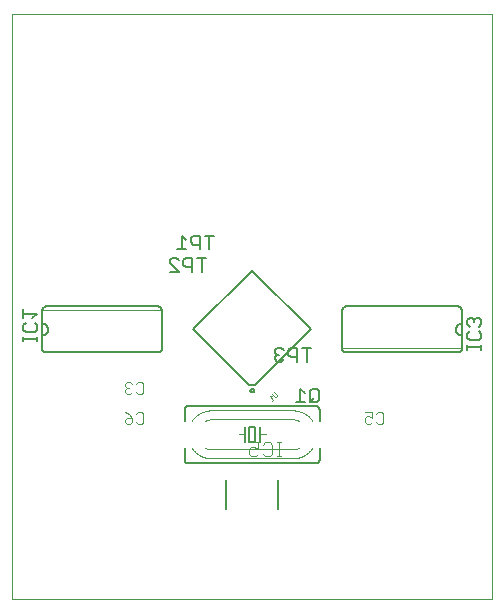
<source format=gbo>
G75*
%MOIN*%
%OFA0B0*%
%FSLAX25Y25*%
%IPPOS*%
%LPD*%
%AMOC8*
5,1,8,0,0,1.08239X$1,22.5*
%
%ADD10C,0.00000*%
%ADD11C,0.00300*%
%ADD12C,0.00600*%
%ADD13C,0.00200*%
%ADD14C,0.00500*%
%ADD15C,0.00400*%
%ADD16C,0.00800*%
%ADD17C,0.00100*%
D10*
X0001800Y0001800D02*
X0001800Y0196800D01*
X0161800Y0196800D01*
X0161800Y0001800D01*
X0001800Y0001800D01*
D11*
X0040052Y0060395D02*
X0039435Y0061012D01*
X0039435Y0061629D01*
X0040052Y0062246D01*
X0041904Y0062246D01*
X0041904Y0061012D01*
X0041287Y0060395D01*
X0040052Y0060395D01*
X0041904Y0062246D02*
X0040669Y0063481D01*
X0039435Y0064098D01*
X0043118Y0063481D02*
X0043735Y0064098D01*
X0044970Y0064098D01*
X0045587Y0063481D01*
X0045587Y0061012D01*
X0044970Y0060395D01*
X0043735Y0060395D01*
X0043118Y0061012D01*
X0043735Y0070395D02*
X0043118Y0071012D01*
X0043735Y0070395D02*
X0044970Y0070395D01*
X0045587Y0071012D01*
X0045587Y0073481D01*
X0044970Y0074098D01*
X0043735Y0074098D01*
X0043118Y0073481D01*
X0041904Y0073481D02*
X0041287Y0074098D01*
X0040052Y0074098D01*
X0039435Y0073481D01*
X0039435Y0072864D01*
X0040052Y0072246D01*
X0039435Y0071629D01*
X0039435Y0071012D01*
X0040052Y0070395D01*
X0041287Y0070395D01*
X0041904Y0071012D01*
X0040669Y0072246D02*
X0040052Y0072246D01*
X0119435Y0064098D02*
X0121904Y0064098D01*
X0121904Y0062246D01*
X0120669Y0062864D01*
X0120052Y0062864D01*
X0119435Y0062246D01*
X0119435Y0061012D01*
X0120052Y0060395D01*
X0121287Y0060395D01*
X0121904Y0061012D01*
X0123118Y0061012D02*
X0123735Y0060395D01*
X0124970Y0060395D01*
X0125587Y0061012D01*
X0125587Y0063481D01*
X0124970Y0064098D01*
X0123735Y0064098D01*
X0123118Y0063481D01*
D12*
X0113300Y0084100D02*
X0150300Y0084100D01*
X0150376Y0084102D01*
X0150452Y0084108D01*
X0150527Y0084117D01*
X0150602Y0084131D01*
X0150676Y0084148D01*
X0150749Y0084169D01*
X0150821Y0084193D01*
X0150892Y0084222D01*
X0150961Y0084253D01*
X0151028Y0084288D01*
X0151093Y0084327D01*
X0151157Y0084369D01*
X0151218Y0084414D01*
X0151277Y0084462D01*
X0151333Y0084513D01*
X0151387Y0084567D01*
X0151438Y0084623D01*
X0151486Y0084682D01*
X0151531Y0084743D01*
X0151573Y0084807D01*
X0151612Y0084872D01*
X0151647Y0084939D01*
X0151678Y0085008D01*
X0151707Y0085079D01*
X0151731Y0085151D01*
X0151752Y0085224D01*
X0151769Y0085298D01*
X0151783Y0085373D01*
X0151792Y0085448D01*
X0151798Y0085524D01*
X0151800Y0085600D01*
X0151800Y0098000D01*
X0151798Y0098076D01*
X0151792Y0098152D01*
X0151783Y0098227D01*
X0151769Y0098302D01*
X0151752Y0098376D01*
X0151731Y0098449D01*
X0151707Y0098521D01*
X0151678Y0098592D01*
X0151647Y0098661D01*
X0151612Y0098728D01*
X0151573Y0098793D01*
X0151531Y0098857D01*
X0151486Y0098918D01*
X0151438Y0098977D01*
X0151387Y0099033D01*
X0151333Y0099087D01*
X0151277Y0099138D01*
X0151218Y0099186D01*
X0151157Y0099231D01*
X0151093Y0099273D01*
X0151028Y0099312D01*
X0150961Y0099347D01*
X0150892Y0099378D01*
X0150821Y0099407D01*
X0150749Y0099431D01*
X0150676Y0099452D01*
X0150602Y0099469D01*
X0150527Y0099483D01*
X0150452Y0099492D01*
X0150376Y0099498D01*
X0150300Y0099500D01*
X0113300Y0099500D01*
X0113224Y0099498D01*
X0113148Y0099492D01*
X0113073Y0099483D01*
X0112998Y0099469D01*
X0112924Y0099452D01*
X0112851Y0099431D01*
X0112779Y0099407D01*
X0112708Y0099378D01*
X0112639Y0099347D01*
X0112572Y0099312D01*
X0112507Y0099273D01*
X0112443Y0099231D01*
X0112382Y0099186D01*
X0112323Y0099138D01*
X0112267Y0099087D01*
X0112213Y0099033D01*
X0112162Y0098977D01*
X0112114Y0098918D01*
X0112069Y0098857D01*
X0112027Y0098793D01*
X0111988Y0098728D01*
X0111953Y0098661D01*
X0111922Y0098592D01*
X0111893Y0098521D01*
X0111869Y0098449D01*
X0111848Y0098376D01*
X0111831Y0098302D01*
X0111817Y0098227D01*
X0111808Y0098152D01*
X0111802Y0098076D01*
X0111800Y0098000D01*
X0111800Y0085600D01*
X0111802Y0085524D01*
X0111808Y0085448D01*
X0111817Y0085373D01*
X0111831Y0085298D01*
X0111848Y0085224D01*
X0111869Y0085151D01*
X0111893Y0085079D01*
X0111922Y0085008D01*
X0111953Y0084939D01*
X0111988Y0084872D01*
X0112027Y0084807D01*
X0112069Y0084743D01*
X0112114Y0084682D01*
X0112162Y0084623D01*
X0112213Y0084567D01*
X0112267Y0084513D01*
X0112323Y0084462D01*
X0112382Y0084414D01*
X0112443Y0084369D01*
X0112507Y0084327D01*
X0112572Y0084288D01*
X0112639Y0084253D01*
X0112708Y0084222D01*
X0112779Y0084193D01*
X0112851Y0084169D01*
X0112924Y0084148D01*
X0112998Y0084131D01*
X0113073Y0084117D01*
X0113148Y0084108D01*
X0113224Y0084102D01*
X0113300Y0084100D01*
X0103300Y0066300D02*
X0060300Y0066300D01*
X0060240Y0066298D01*
X0060179Y0066293D01*
X0060120Y0066284D01*
X0060061Y0066271D01*
X0060002Y0066255D01*
X0059945Y0066235D01*
X0059890Y0066212D01*
X0059835Y0066185D01*
X0059783Y0066156D01*
X0059732Y0066123D01*
X0059683Y0066087D01*
X0059637Y0066049D01*
X0059593Y0066007D01*
X0059551Y0065963D01*
X0059513Y0065917D01*
X0059477Y0065868D01*
X0059444Y0065817D01*
X0059415Y0065765D01*
X0059388Y0065710D01*
X0059365Y0065655D01*
X0059345Y0065598D01*
X0059329Y0065539D01*
X0059316Y0065480D01*
X0059307Y0065421D01*
X0059302Y0065360D01*
X0059300Y0065300D01*
X0059300Y0061300D01*
X0059300Y0052300D02*
X0059300Y0048300D01*
X0059302Y0048240D01*
X0059307Y0048179D01*
X0059316Y0048120D01*
X0059329Y0048061D01*
X0059345Y0048002D01*
X0059365Y0047945D01*
X0059388Y0047890D01*
X0059415Y0047835D01*
X0059444Y0047783D01*
X0059477Y0047732D01*
X0059513Y0047683D01*
X0059551Y0047637D01*
X0059593Y0047593D01*
X0059637Y0047551D01*
X0059683Y0047513D01*
X0059732Y0047477D01*
X0059783Y0047444D01*
X0059835Y0047415D01*
X0059890Y0047388D01*
X0059945Y0047365D01*
X0060002Y0047345D01*
X0060061Y0047329D01*
X0060120Y0047316D01*
X0060179Y0047307D01*
X0060240Y0047302D01*
X0060300Y0047300D01*
X0103300Y0047300D01*
X0103360Y0047302D01*
X0103421Y0047307D01*
X0103480Y0047316D01*
X0103539Y0047329D01*
X0103598Y0047345D01*
X0103655Y0047365D01*
X0103710Y0047388D01*
X0103765Y0047415D01*
X0103817Y0047444D01*
X0103868Y0047477D01*
X0103917Y0047513D01*
X0103963Y0047551D01*
X0104007Y0047593D01*
X0104049Y0047637D01*
X0104087Y0047683D01*
X0104123Y0047732D01*
X0104156Y0047783D01*
X0104185Y0047835D01*
X0104212Y0047890D01*
X0104235Y0047945D01*
X0104255Y0048002D01*
X0104271Y0048061D01*
X0104284Y0048120D01*
X0104293Y0048179D01*
X0104298Y0048240D01*
X0104300Y0048300D01*
X0104300Y0052300D01*
X0104300Y0061300D02*
X0104300Y0065300D01*
X0104298Y0065360D01*
X0104293Y0065421D01*
X0104284Y0065480D01*
X0104271Y0065539D01*
X0104255Y0065598D01*
X0104235Y0065655D01*
X0104212Y0065710D01*
X0104185Y0065765D01*
X0104156Y0065817D01*
X0104123Y0065868D01*
X0104087Y0065917D01*
X0104049Y0065963D01*
X0104007Y0066007D01*
X0103963Y0066049D01*
X0103917Y0066087D01*
X0103868Y0066123D01*
X0103817Y0066156D01*
X0103765Y0066185D01*
X0103710Y0066212D01*
X0103655Y0066235D01*
X0103598Y0066255D01*
X0103539Y0066271D01*
X0103480Y0066284D01*
X0103421Y0066293D01*
X0103360Y0066298D01*
X0103300Y0066300D01*
X0084300Y0059300D02*
X0084300Y0056800D01*
X0084300Y0054300D01*
X0082800Y0054300D02*
X0080800Y0054300D01*
X0080800Y0059300D01*
X0082800Y0059300D01*
X0082800Y0054300D01*
X0079300Y0054300D02*
X0079300Y0056800D01*
X0079300Y0059300D01*
X0051800Y0085600D02*
X0051800Y0098000D01*
X0051798Y0098076D01*
X0051792Y0098152D01*
X0051783Y0098227D01*
X0051769Y0098302D01*
X0051752Y0098376D01*
X0051731Y0098449D01*
X0051707Y0098521D01*
X0051678Y0098592D01*
X0051647Y0098661D01*
X0051612Y0098728D01*
X0051573Y0098793D01*
X0051531Y0098857D01*
X0051486Y0098918D01*
X0051438Y0098977D01*
X0051387Y0099033D01*
X0051333Y0099087D01*
X0051277Y0099138D01*
X0051218Y0099186D01*
X0051157Y0099231D01*
X0051093Y0099273D01*
X0051028Y0099312D01*
X0050961Y0099347D01*
X0050892Y0099378D01*
X0050821Y0099407D01*
X0050749Y0099431D01*
X0050676Y0099452D01*
X0050602Y0099469D01*
X0050527Y0099483D01*
X0050452Y0099492D01*
X0050376Y0099498D01*
X0050300Y0099500D01*
X0013300Y0099500D01*
X0013224Y0099498D01*
X0013148Y0099492D01*
X0013073Y0099483D01*
X0012998Y0099469D01*
X0012924Y0099452D01*
X0012851Y0099431D01*
X0012779Y0099407D01*
X0012708Y0099378D01*
X0012639Y0099347D01*
X0012572Y0099312D01*
X0012507Y0099273D01*
X0012443Y0099231D01*
X0012382Y0099186D01*
X0012323Y0099138D01*
X0012267Y0099087D01*
X0012213Y0099033D01*
X0012162Y0098977D01*
X0012114Y0098918D01*
X0012069Y0098857D01*
X0012027Y0098793D01*
X0011988Y0098728D01*
X0011953Y0098661D01*
X0011922Y0098592D01*
X0011893Y0098521D01*
X0011869Y0098449D01*
X0011848Y0098376D01*
X0011831Y0098302D01*
X0011817Y0098227D01*
X0011808Y0098152D01*
X0011802Y0098076D01*
X0011800Y0098000D01*
X0011800Y0093800D01*
X0011800Y0089800D01*
X0011800Y0085600D01*
X0011802Y0085524D01*
X0011808Y0085448D01*
X0011817Y0085373D01*
X0011831Y0085298D01*
X0011848Y0085224D01*
X0011869Y0085151D01*
X0011893Y0085079D01*
X0011922Y0085008D01*
X0011953Y0084939D01*
X0011988Y0084872D01*
X0012027Y0084807D01*
X0012069Y0084743D01*
X0012114Y0084682D01*
X0012162Y0084623D01*
X0012213Y0084567D01*
X0012267Y0084513D01*
X0012323Y0084462D01*
X0012382Y0084414D01*
X0012443Y0084369D01*
X0012507Y0084327D01*
X0012572Y0084288D01*
X0012639Y0084253D01*
X0012708Y0084222D01*
X0012779Y0084193D01*
X0012851Y0084169D01*
X0012924Y0084148D01*
X0012998Y0084131D01*
X0013073Y0084117D01*
X0013148Y0084108D01*
X0013224Y0084102D01*
X0013300Y0084100D01*
X0050300Y0084100D01*
X0050376Y0084102D01*
X0050452Y0084108D01*
X0050527Y0084117D01*
X0050602Y0084131D01*
X0050676Y0084148D01*
X0050749Y0084169D01*
X0050821Y0084193D01*
X0050892Y0084222D01*
X0050961Y0084253D01*
X0051028Y0084288D01*
X0051093Y0084327D01*
X0051157Y0084369D01*
X0051218Y0084414D01*
X0051277Y0084462D01*
X0051333Y0084513D01*
X0051387Y0084567D01*
X0051438Y0084623D01*
X0051486Y0084682D01*
X0051531Y0084743D01*
X0051573Y0084807D01*
X0051612Y0084872D01*
X0051647Y0084939D01*
X0051678Y0085008D01*
X0051707Y0085079D01*
X0051731Y0085151D01*
X0051752Y0085224D01*
X0051769Y0085298D01*
X0051783Y0085373D01*
X0051792Y0085448D01*
X0051798Y0085524D01*
X0051800Y0085600D01*
X0011800Y0089800D02*
X0011888Y0089802D01*
X0011977Y0089808D01*
X0012065Y0089818D01*
X0012152Y0089831D01*
X0012239Y0089849D01*
X0012325Y0089870D01*
X0012410Y0089895D01*
X0012493Y0089924D01*
X0012576Y0089957D01*
X0012656Y0089993D01*
X0012735Y0090032D01*
X0012813Y0090075D01*
X0012888Y0090122D01*
X0012961Y0090172D01*
X0013032Y0090225D01*
X0013101Y0090281D01*
X0013167Y0090340D01*
X0013230Y0090402D01*
X0013290Y0090466D01*
X0013348Y0090533D01*
X0013402Y0090603D01*
X0013454Y0090675D01*
X0013502Y0090749D01*
X0013547Y0090826D01*
X0013588Y0090904D01*
X0013626Y0090984D01*
X0013660Y0091065D01*
X0013691Y0091148D01*
X0013718Y0091233D01*
X0013741Y0091318D01*
X0013760Y0091404D01*
X0013776Y0091492D01*
X0013788Y0091579D01*
X0013796Y0091667D01*
X0013800Y0091756D01*
X0013800Y0091844D01*
X0013796Y0091933D01*
X0013788Y0092021D01*
X0013776Y0092108D01*
X0013760Y0092196D01*
X0013741Y0092282D01*
X0013718Y0092367D01*
X0013691Y0092452D01*
X0013660Y0092535D01*
X0013626Y0092616D01*
X0013588Y0092696D01*
X0013547Y0092774D01*
X0013502Y0092851D01*
X0013454Y0092925D01*
X0013402Y0092997D01*
X0013348Y0093067D01*
X0013290Y0093134D01*
X0013230Y0093198D01*
X0013167Y0093260D01*
X0013101Y0093319D01*
X0013032Y0093375D01*
X0012961Y0093428D01*
X0012888Y0093478D01*
X0012813Y0093525D01*
X0012735Y0093568D01*
X0012656Y0093607D01*
X0012576Y0093643D01*
X0012493Y0093676D01*
X0012410Y0093705D01*
X0012325Y0093730D01*
X0012239Y0093751D01*
X0012152Y0093769D01*
X0012065Y0093782D01*
X0011977Y0093792D01*
X0011888Y0093798D01*
X0011800Y0093800D01*
X0151800Y0093800D02*
X0151712Y0093798D01*
X0151623Y0093792D01*
X0151535Y0093782D01*
X0151448Y0093769D01*
X0151361Y0093751D01*
X0151275Y0093730D01*
X0151190Y0093705D01*
X0151107Y0093676D01*
X0151024Y0093643D01*
X0150944Y0093607D01*
X0150865Y0093568D01*
X0150787Y0093525D01*
X0150712Y0093478D01*
X0150639Y0093428D01*
X0150568Y0093375D01*
X0150499Y0093319D01*
X0150433Y0093260D01*
X0150370Y0093198D01*
X0150310Y0093134D01*
X0150252Y0093067D01*
X0150198Y0092997D01*
X0150146Y0092925D01*
X0150098Y0092851D01*
X0150053Y0092774D01*
X0150012Y0092696D01*
X0149974Y0092616D01*
X0149940Y0092535D01*
X0149909Y0092452D01*
X0149882Y0092367D01*
X0149859Y0092282D01*
X0149840Y0092196D01*
X0149824Y0092108D01*
X0149812Y0092021D01*
X0149804Y0091933D01*
X0149800Y0091844D01*
X0149800Y0091756D01*
X0149804Y0091667D01*
X0149812Y0091579D01*
X0149824Y0091492D01*
X0149840Y0091404D01*
X0149859Y0091318D01*
X0149882Y0091233D01*
X0149909Y0091148D01*
X0149940Y0091065D01*
X0149974Y0090984D01*
X0150012Y0090904D01*
X0150053Y0090826D01*
X0150098Y0090749D01*
X0150146Y0090675D01*
X0150198Y0090603D01*
X0150252Y0090533D01*
X0150310Y0090466D01*
X0150370Y0090402D01*
X0150433Y0090340D01*
X0150499Y0090281D01*
X0150568Y0090225D01*
X0150639Y0090172D01*
X0150712Y0090122D01*
X0150787Y0090075D01*
X0150865Y0090032D01*
X0150944Y0089993D01*
X0151024Y0089957D01*
X0151107Y0089924D01*
X0151190Y0089895D01*
X0151275Y0089870D01*
X0151361Y0089849D01*
X0151448Y0089831D01*
X0151535Y0089818D01*
X0151623Y0089808D01*
X0151712Y0089802D01*
X0151800Y0089800D01*
D13*
X0151800Y0085500D02*
X0111800Y0085500D01*
X0095300Y0064800D02*
X0068300Y0064800D01*
X0068300Y0061800D02*
X0095300Y0061800D01*
X0095300Y0064800D02*
X0095495Y0064798D01*
X0095689Y0064791D01*
X0095884Y0064779D01*
X0096078Y0064762D01*
X0096271Y0064741D01*
X0096464Y0064715D01*
X0096656Y0064684D01*
X0096848Y0064649D01*
X0097038Y0064609D01*
X0097228Y0064564D01*
X0097416Y0064515D01*
X0097603Y0064461D01*
X0097789Y0064403D01*
X0097973Y0064340D01*
X0098156Y0064273D01*
X0098337Y0064201D01*
X0098516Y0064125D01*
X0098693Y0064045D01*
X0098869Y0063960D01*
X0099042Y0063871D01*
X0099213Y0063778D01*
X0099381Y0063681D01*
X0099548Y0063579D01*
X0099711Y0063474D01*
X0099872Y0063364D01*
X0100031Y0063251D01*
X0100186Y0063134D01*
X0100339Y0063013D01*
X0100489Y0062889D01*
X0100635Y0062761D01*
X0100779Y0062629D01*
X0100919Y0062494D01*
X0101056Y0062356D01*
X0101189Y0062214D01*
X0101319Y0062069D01*
X0101446Y0061921D01*
X0101569Y0061770D01*
X0101688Y0061616D01*
X0101803Y0061459D01*
X0101915Y0061300D01*
X0101914Y0052300D02*
X0101803Y0052140D01*
X0101688Y0051984D01*
X0101569Y0051830D01*
X0101446Y0051678D01*
X0101319Y0051530D01*
X0101189Y0051386D01*
X0101056Y0051244D01*
X0100919Y0051105D01*
X0100779Y0050970D01*
X0100635Y0050839D01*
X0100489Y0050711D01*
X0100339Y0050586D01*
X0100186Y0050466D01*
X0100031Y0050349D01*
X0099872Y0050235D01*
X0099711Y0050126D01*
X0099547Y0050021D01*
X0099381Y0049919D01*
X0099213Y0049822D01*
X0099042Y0049729D01*
X0098868Y0049640D01*
X0098693Y0049555D01*
X0098516Y0049475D01*
X0098337Y0049399D01*
X0098156Y0049327D01*
X0097973Y0049260D01*
X0097789Y0049197D01*
X0097603Y0049139D01*
X0097416Y0049085D01*
X0097227Y0049036D01*
X0097038Y0048991D01*
X0096847Y0048951D01*
X0096656Y0048916D01*
X0096464Y0048885D01*
X0096271Y0048859D01*
X0096077Y0048838D01*
X0095883Y0048821D01*
X0095689Y0048809D01*
X0095494Y0048802D01*
X0095300Y0048800D01*
X0068300Y0048800D01*
X0068300Y0051800D02*
X0095300Y0051800D01*
X0095433Y0051802D01*
X0095565Y0051807D01*
X0095697Y0051816D01*
X0095830Y0051828D01*
X0095961Y0051844D01*
X0096093Y0051863D01*
X0096223Y0051886D01*
X0096353Y0051912D01*
X0096483Y0051942D01*
X0096611Y0051975D01*
X0096739Y0052011D01*
X0096865Y0052051D01*
X0096991Y0052094D01*
X0097115Y0052141D01*
X0097238Y0052191D01*
X0097359Y0052244D01*
X0097479Y0052300D01*
X0097479Y0061300D02*
X0097359Y0061356D01*
X0097238Y0061409D01*
X0097115Y0061459D01*
X0096991Y0061506D01*
X0096865Y0061549D01*
X0096739Y0061589D01*
X0096611Y0061625D01*
X0096483Y0061658D01*
X0096353Y0061688D01*
X0096223Y0061714D01*
X0096093Y0061737D01*
X0095961Y0061756D01*
X0095830Y0061772D01*
X0095697Y0061784D01*
X0095565Y0061793D01*
X0095433Y0061798D01*
X0095300Y0061800D01*
X0086300Y0056800D02*
X0084300Y0056800D01*
X0079300Y0056800D02*
X0077300Y0056800D01*
X0068300Y0048800D02*
X0068105Y0048802D01*
X0067910Y0048809D01*
X0067716Y0048821D01*
X0067522Y0048838D01*
X0067329Y0048859D01*
X0067136Y0048885D01*
X0066943Y0048916D01*
X0066752Y0048951D01*
X0066561Y0048991D01*
X0066372Y0049036D01*
X0066184Y0049085D01*
X0065996Y0049139D01*
X0065811Y0049197D01*
X0065626Y0049260D01*
X0065444Y0049327D01*
X0065263Y0049399D01*
X0065084Y0049475D01*
X0064906Y0049555D01*
X0064731Y0049640D01*
X0064558Y0049729D01*
X0064387Y0049822D01*
X0064218Y0049920D01*
X0064052Y0050021D01*
X0063888Y0050126D01*
X0063727Y0050236D01*
X0063569Y0050349D01*
X0063413Y0050466D01*
X0063261Y0050587D01*
X0063111Y0050711D01*
X0062964Y0050839D01*
X0062821Y0050971D01*
X0062681Y0051106D01*
X0062544Y0051244D01*
X0062410Y0051386D01*
X0062280Y0051531D01*
X0062154Y0051679D01*
X0062031Y0051830D01*
X0061912Y0051984D01*
X0061797Y0052141D01*
X0061685Y0052300D01*
X0061686Y0061300D02*
X0061797Y0061460D01*
X0061912Y0061616D01*
X0062031Y0061770D01*
X0062154Y0061922D01*
X0062281Y0062070D01*
X0062411Y0062214D01*
X0062544Y0062356D01*
X0062681Y0062495D01*
X0062821Y0062630D01*
X0062965Y0062761D01*
X0063111Y0062889D01*
X0063261Y0063014D01*
X0063414Y0063134D01*
X0063569Y0063251D01*
X0063728Y0063365D01*
X0063889Y0063474D01*
X0064053Y0063579D01*
X0064219Y0063681D01*
X0064387Y0063778D01*
X0064558Y0063871D01*
X0064732Y0063960D01*
X0064907Y0064045D01*
X0065084Y0064125D01*
X0065263Y0064201D01*
X0065444Y0064273D01*
X0065627Y0064340D01*
X0065811Y0064403D01*
X0065997Y0064461D01*
X0066184Y0064515D01*
X0066373Y0064564D01*
X0066562Y0064609D01*
X0066753Y0064649D01*
X0066944Y0064684D01*
X0067136Y0064715D01*
X0067329Y0064741D01*
X0067523Y0064762D01*
X0067717Y0064779D01*
X0067911Y0064791D01*
X0068106Y0064798D01*
X0068300Y0064800D01*
X0068300Y0061800D02*
X0068167Y0061798D01*
X0068035Y0061793D01*
X0067903Y0061784D01*
X0067770Y0061772D01*
X0067639Y0061756D01*
X0067507Y0061737D01*
X0067377Y0061714D01*
X0067247Y0061688D01*
X0067117Y0061658D01*
X0066989Y0061625D01*
X0066861Y0061589D01*
X0066735Y0061549D01*
X0066609Y0061506D01*
X0066485Y0061459D01*
X0066362Y0061409D01*
X0066241Y0061356D01*
X0066121Y0061300D01*
X0066121Y0052300D02*
X0066241Y0052244D01*
X0066362Y0052191D01*
X0066485Y0052141D01*
X0066609Y0052094D01*
X0066735Y0052051D01*
X0066861Y0052011D01*
X0066989Y0051975D01*
X0067117Y0051942D01*
X0067247Y0051912D01*
X0067377Y0051886D01*
X0067507Y0051863D01*
X0067639Y0051844D01*
X0067770Y0051828D01*
X0067903Y0051816D01*
X0068035Y0051807D01*
X0068167Y0051802D01*
X0068300Y0051800D01*
X0051800Y0098100D02*
X0011800Y0098100D01*
D14*
X0010054Y0096947D02*
X0005550Y0096947D01*
X0005550Y0095446D02*
X0005550Y0098449D01*
X0008553Y0095446D02*
X0010054Y0096947D01*
X0009303Y0093845D02*
X0010054Y0093094D01*
X0010054Y0091593D01*
X0009303Y0090842D01*
X0006301Y0090842D01*
X0005550Y0091593D01*
X0005550Y0093094D01*
X0006301Y0093845D01*
X0005550Y0089274D02*
X0005550Y0087773D01*
X0005550Y0088523D02*
X0010054Y0088523D01*
X0010054Y0087773D02*
X0010054Y0089274D01*
X0054340Y0111050D02*
X0057342Y0111050D01*
X0054340Y0114053D01*
X0054340Y0114803D01*
X0055090Y0115554D01*
X0056592Y0115554D01*
X0057342Y0114803D01*
X0058944Y0114803D02*
X0058944Y0113302D01*
X0059694Y0112551D01*
X0061946Y0112551D01*
X0061946Y0111050D02*
X0061946Y0115554D01*
X0059694Y0115554D01*
X0058944Y0114803D01*
X0058341Y0118550D02*
X0058341Y0123054D01*
X0059842Y0121553D01*
X0061444Y0122303D02*
X0062194Y0123054D01*
X0064446Y0123054D01*
X0064446Y0118550D01*
X0064446Y0120051D02*
X0062194Y0120051D01*
X0061444Y0120802D01*
X0061444Y0122303D01*
X0059842Y0118550D02*
X0056840Y0118550D01*
X0063547Y0115554D02*
X0066550Y0115554D01*
X0065049Y0115554D02*
X0065049Y0111050D01*
X0067549Y0118550D02*
X0067549Y0123054D01*
X0069050Y0123054D02*
X0066047Y0123054D01*
X0090090Y0085554D02*
X0089340Y0084803D01*
X0089340Y0084053D01*
X0090090Y0083302D01*
X0089340Y0082551D01*
X0089340Y0081801D01*
X0090090Y0081050D01*
X0091592Y0081050D01*
X0092342Y0081801D01*
X0090841Y0083302D02*
X0090090Y0083302D01*
X0090090Y0085554D02*
X0091592Y0085554D01*
X0092342Y0084803D01*
X0093944Y0084803D02*
X0093944Y0083302D01*
X0094694Y0082551D01*
X0096946Y0082551D01*
X0096946Y0081050D02*
X0096946Y0085554D01*
X0094694Y0085554D01*
X0093944Y0084803D01*
X0098547Y0085554D02*
X0101550Y0085554D01*
X0100049Y0085554D02*
X0100049Y0081050D01*
X0101798Y0072054D02*
X0101047Y0071303D01*
X0101047Y0068301D01*
X0101798Y0067550D01*
X0103299Y0067550D01*
X0104050Y0068301D01*
X0104050Y0071303D01*
X0103299Y0072054D01*
X0101798Y0072054D01*
X0099446Y0070553D02*
X0097945Y0072054D01*
X0097945Y0067550D01*
X0099446Y0067550D02*
X0096444Y0067550D01*
X0101047Y0067550D02*
X0102549Y0069051D01*
X0090599Y0041599D02*
X0090599Y0031898D01*
X0073001Y0031898D02*
X0073001Y0041599D01*
X0153550Y0085050D02*
X0153550Y0086551D01*
X0153550Y0085801D02*
X0158054Y0085801D01*
X0158054Y0086551D02*
X0158054Y0085050D01*
X0157303Y0088119D02*
X0154301Y0088119D01*
X0153550Y0088870D01*
X0153550Y0090371D01*
X0154301Y0091122D01*
X0154301Y0092723D02*
X0153550Y0093474D01*
X0153550Y0094975D01*
X0154301Y0095726D01*
X0155051Y0095726D01*
X0155802Y0094975D01*
X0155802Y0094224D01*
X0155802Y0094975D02*
X0156553Y0095726D01*
X0157303Y0095726D01*
X0158054Y0094975D01*
X0158054Y0093474D01*
X0157303Y0092723D01*
X0157303Y0091122D02*
X0158054Y0090371D01*
X0158054Y0088870D01*
X0157303Y0088119D01*
D15*
X0091600Y0054104D02*
X0090065Y0054104D01*
X0090833Y0054104D02*
X0090833Y0049500D01*
X0091600Y0049500D02*
X0090065Y0049500D01*
X0088531Y0050267D02*
X0087763Y0049500D01*
X0086229Y0049500D01*
X0085461Y0050267D01*
X0083927Y0050267D02*
X0083159Y0049500D01*
X0081625Y0049500D01*
X0080858Y0050267D01*
X0080858Y0051802D01*
X0081625Y0052569D01*
X0082392Y0052569D01*
X0083927Y0051802D01*
X0083927Y0054104D01*
X0080858Y0054104D01*
X0085461Y0053337D02*
X0086229Y0054104D01*
X0087763Y0054104D01*
X0088531Y0053337D01*
X0088531Y0050267D01*
D16*
X0081271Y0071365D02*
X0081273Y0071414D01*
X0081279Y0071462D01*
X0081289Y0071510D01*
X0081303Y0071557D01*
X0081320Y0071603D01*
X0081341Y0071647D01*
X0081366Y0071689D01*
X0081394Y0071729D01*
X0081426Y0071767D01*
X0081460Y0071802D01*
X0081497Y0071834D01*
X0081536Y0071863D01*
X0081578Y0071889D01*
X0081622Y0071911D01*
X0081667Y0071929D01*
X0081714Y0071944D01*
X0081761Y0071955D01*
X0081810Y0071962D01*
X0081859Y0071965D01*
X0081908Y0071964D01*
X0081956Y0071959D01*
X0082005Y0071950D01*
X0082052Y0071937D01*
X0082098Y0071920D01*
X0082142Y0071900D01*
X0082185Y0071876D01*
X0082226Y0071849D01*
X0082264Y0071818D01*
X0082300Y0071785D01*
X0082332Y0071749D01*
X0082362Y0071710D01*
X0082389Y0071669D01*
X0082412Y0071625D01*
X0082431Y0071580D01*
X0082447Y0071534D01*
X0082459Y0071487D01*
X0082467Y0071438D01*
X0082471Y0071389D01*
X0082471Y0071341D01*
X0082467Y0071292D01*
X0082459Y0071243D01*
X0082447Y0071196D01*
X0082431Y0071150D01*
X0082412Y0071105D01*
X0082389Y0071061D01*
X0082362Y0071020D01*
X0082332Y0070981D01*
X0082300Y0070945D01*
X0082264Y0070912D01*
X0082226Y0070881D01*
X0082185Y0070854D01*
X0082142Y0070830D01*
X0082098Y0070810D01*
X0082052Y0070793D01*
X0082005Y0070780D01*
X0081956Y0070771D01*
X0081908Y0070766D01*
X0081859Y0070765D01*
X0081810Y0070768D01*
X0081761Y0070775D01*
X0081714Y0070786D01*
X0081667Y0070801D01*
X0081622Y0070819D01*
X0081578Y0070841D01*
X0081536Y0070867D01*
X0081497Y0070896D01*
X0081460Y0070928D01*
X0081426Y0070963D01*
X0081394Y0071001D01*
X0081366Y0071041D01*
X0081341Y0071083D01*
X0081320Y0071127D01*
X0081303Y0071173D01*
X0081289Y0071220D01*
X0081279Y0071268D01*
X0081273Y0071316D01*
X0081271Y0071365D01*
X0080812Y0073273D02*
X0082788Y0073273D01*
X0101315Y0091800D01*
X0081800Y0111315D01*
X0062285Y0091800D01*
X0080812Y0073273D01*
D17*
X0087790Y0069437D02*
X0088852Y0068376D01*
X0089206Y0068729D02*
X0088498Y0068022D01*
X0088498Y0069437D02*
X0087790Y0069437D01*
X0088478Y0070125D02*
X0089363Y0069240D01*
X0089717Y0069240D01*
X0090071Y0069594D01*
X0090071Y0069948D01*
X0089186Y0070833D01*
M02*

</source>
